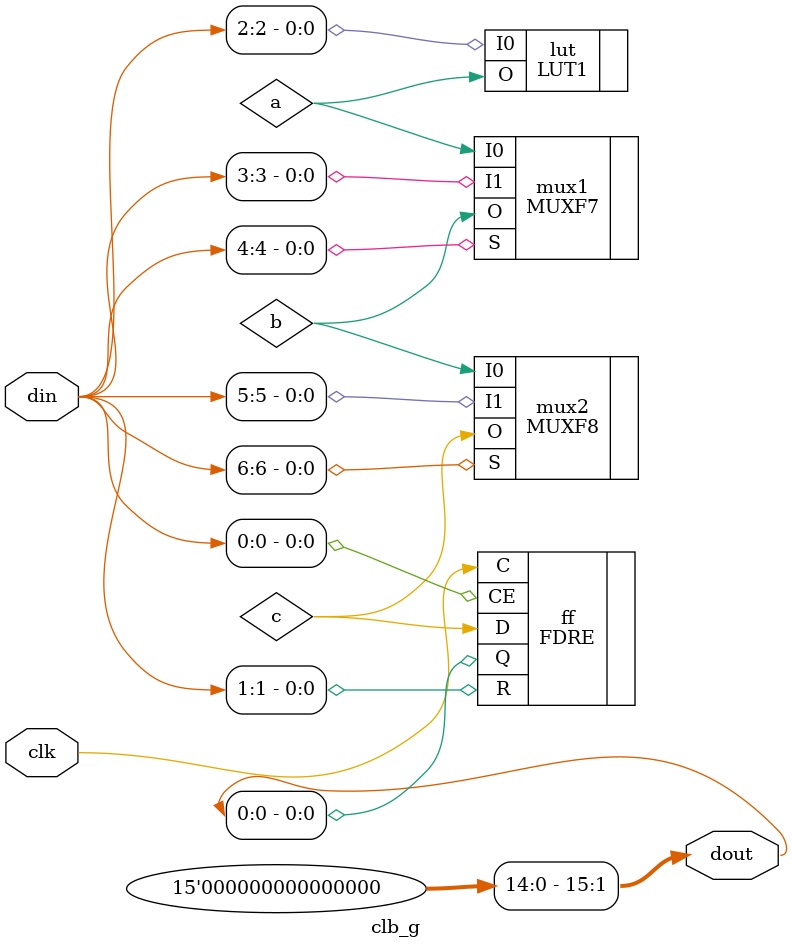
<source format=v>
module clb_g (input clk, input [15:0] din, output [15:0] dout);
	wire a, b, c;
	(* LOC="SLICE_X0Y246", BEL="D6LUT", LOCK_PINS="I0:A1", DONT_TOUCH *)
	LUT1 #(
		.INIT(2'b01)
	) lut (
		.I0(din[2]),
		.O(a)
	);
	(* LOC="SLICE_X0Y246", BEL="F7MUX_CD", DONT_TOUCH *)
	MUXF7 mux1 (
		.I0(a),
		.I1(din[3]),
		.S(din[4]),
		.O(b)
	);
	(* LOC="SLICE_X0Y246", BEL="F8MUX_BOT", DONT_TOUCH *)
	MUXF8 mux2 (
		.I0(b),
		.I1(din[5]),
		.S(din[6]),
		.O(c)
	);
	(* LOC="SLICE_X0Y246", BEL="BFF", DONT_TOUCH *)
	FDRE ff (
		.C(clk),
		.Q(dout[0]),
		.CE(din[0]),
		.R(din[1]),
		.D(c)
	);
	assign dout[15:1] = 0;
endmodule
</source>
